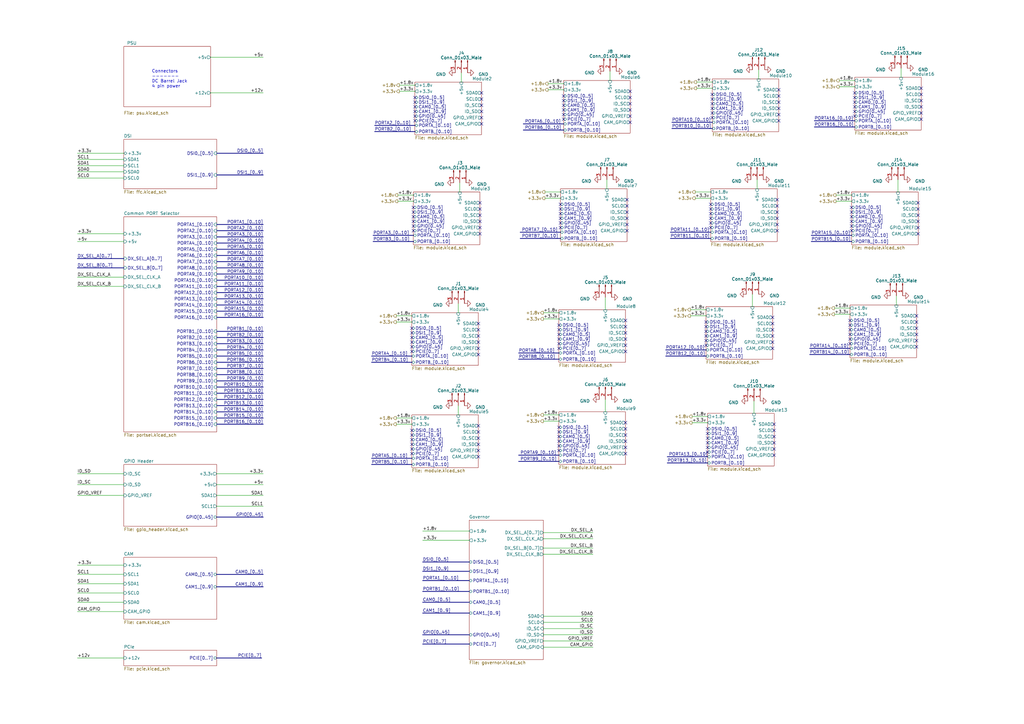
<source format=kicad_sch>
(kicad_sch (version 20210126) (generator eeschema)
  (paper "A3")
  (title_block (title "IO Board") (rev "1"))
  (no_connect (at 168.91 134.62))
  (no_connect (at 168.91 136.525))
  (no_connect (at 168.91 138.43))
  (no_connect (at 168.91 140.335))
  (no_connect (at 168.91 142.24))
  (no_connect (at 168.91 144.145))
  (no_connect (at 168.91 176.53))
  (no_connect (at 168.91 178.435))
  (no_connect (at 168.91 180.34))
  (no_connect (at 168.91 182.245))
  (no_connect (at 168.91 184.15))
  (no_connect (at 168.91 186.055))
  (no_connect (at 169.545 85.09))
  (no_connect (at 169.545 86.995))
  (no_connect (at 169.545 88.9))
  (no_connect (at 169.545 90.805))
  (no_connect (at 169.545 92.71))
  (no_connect (at 169.545 94.615))
  (no_connect (at 170.18 40.005))
  (no_connect (at 170.18 41.91))
  (no_connect (at 170.18 43.815))
  (no_connect (at 170.18 45.72))
  (no_connect (at 170.18 47.625))
  (no_connect (at 170.18 49.53))
  (no_connect (at 196.215 132.715))
  (no_connect (at 196.215 135.255))
  (no_connect (at 196.215 137.795))
  (no_connect (at 196.215 140.335))
  (no_connect (at 196.215 142.875))
  (no_connect (at 196.215 145.415))
  (no_connect (at 196.215 174.625))
  (no_connect (at 196.215 177.165))
  (no_connect (at 196.215 179.705))
  (no_connect (at 196.215 182.245))
  (no_connect (at 196.215 184.785))
  (no_connect (at 196.215 187.325))
  (no_connect (at 196.85 83.185))
  (no_connect (at 196.85 85.725))
  (no_connect (at 196.85 88.265))
  (no_connect (at 196.85 90.805))
  (no_connect (at 196.85 93.345))
  (no_connect (at 196.85 95.885))
  (no_connect (at 197.485 38.1))
  (no_connect (at 197.485 40.64))
  (no_connect (at 197.485 43.18))
  (no_connect (at 197.485 45.72))
  (no_connect (at 197.485 48.26))
  (no_connect (at 197.485 50.8))
  (no_connect (at 229.235 133.35))
  (no_connect (at 229.235 135.255))
  (no_connect (at 229.235 137.16))
  (no_connect (at 229.235 139.065))
  (no_connect (at 229.235 140.97))
  (no_connect (at 229.235 142.875))
  (no_connect (at 229.235 175.26))
  (no_connect (at 229.235 177.165))
  (no_connect (at 229.235 179.07))
  (no_connect (at 229.235 180.975))
  (no_connect (at 229.235 182.88))
  (no_connect (at 229.235 184.785))
  (no_connect (at 229.87 83.82))
  (no_connect (at 229.87 85.725))
  (no_connect (at 229.87 87.63))
  (no_connect (at 229.87 89.535))
  (no_connect (at 229.87 91.44))
  (no_connect (at 229.87 93.345))
  (no_connect (at 231.14 39.37))
  (no_connect (at 231.14 41.275))
  (no_connect (at 231.14 43.18))
  (no_connect (at 231.14 45.085))
  (no_connect (at 231.14 46.99))
  (no_connect (at 231.14 48.895))
  (no_connect (at 256.54 131.445))
  (no_connect (at 256.54 133.985))
  (no_connect (at 256.54 136.525))
  (no_connect (at 256.54 139.065))
  (no_connect (at 256.54 141.605))
  (no_connect (at 256.54 144.145))
  (no_connect (at 256.54 173.355))
  (no_connect (at 256.54 175.895))
  (no_connect (at 256.54 178.435))
  (no_connect (at 256.54 180.975))
  (no_connect (at 256.54 183.515))
  (no_connect (at 256.54 186.055))
  (no_connect (at 257.175 81.915))
  (no_connect (at 257.175 84.455))
  (no_connect (at 257.175 86.995))
  (no_connect (at 257.175 89.535))
  (no_connect (at 257.175 92.075))
  (no_connect (at 257.175 94.615))
  (no_connect (at 258.445 37.465))
  (no_connect (at 258.445 40.005))
  (no_connect (at 258.445 42.545))
  (no_connect (at 258.445 45.085))
  (no_connect (at 258.445 47.625))
  (no_connect (at 258.445 50.165))
  (no_connect (at 289.56 132.08))
  (no_connect (at 289.56 133.985))
  (no_connect (at 289.56 135.89))
  (no_connect (at 289.56 137.795))
  (no_connect (at 289.56 139.7))
  (no_connect (at 289.56 141.605))
  (no_connect (at 290.195 175.895))
  (no_connect (at 290.195 177.8))
  (no_connect (at 290.195 179.705))
  (no_connect (at 290.195 181.61))
  (no_connect (at 290.195 183.515))
  (no_connect (at 290.195 185.42))
  (no_connect (at 291.465 83.82))
  (no_connect (at 291.465 85.725))
  (no_connect (at 291.465 87.63))
  (no_connect (at 291.465 89.535))
  (no_connect (at 291.465 91.44))
  (no_connect (at 291.465 93.345))
  (no_connect (at 292.1 38.735))
  (no_connect (at 292.1 40.64))
  (no_connect (at 292.1 42.545))
  (no_connect (at 292.1 44.45))
  (no_connect (at 292.1 46.355))
  (no_connect (at 292.1 48.26))
  (no_connect (at 316.865 130.175))
  (no_connect (at 316.865 132.715))
  (no_connect (at 316.865 135.255))
  (no_connect (at 316.865 137.795))
  (no_connect (at 316.865 140.335))
  (no_connect (at 316.865 142.875))
  (no_connect (at 317.5 173.99))
  (no_connect (at 317.5 176.53))
  (no_connect (at 317.5 179.07))
  (no_connect (at 317.5 181.61))
  (no_connect (at 317.5 184.15))
  (no_connect (at 317.5 186.69))
  (no_connect (at 318.77 81.915))
  (no_connect (at 318.77 84.455))
  (no_connect (at 318.77 86.995))
  (no_connect (at 318.77 89.535))
  (no_connect (at 318.77 92.075))
  (no_connect (at 318.77 94.615))
  (no_connect (at 319.405 36.83))
  (no_connect (at 319.405 39.37))
  (no_connect (at 319.405 41.91))
  (no_connect (at 319.405 44.45))
  (no_connect (at 319.405 46.99))
  (no_connect (at 319.405 49.53))
  (no_connect (at 348.615 131.445))
  (no_connect (at 348.615 133.35))
  (no_connect (at 348.615 135.255))
  (no_connect (at 348.615 137.16))
  (no_connect (at 348.615 139.065))
  (no_connect (at 348.615 140.97))
  (no_connect (at 349.25 85.09))
  (no_connect (at 349.25 86.995))
  (no_connect (at 349.25 88.9))
  (no_connect (at 349.25 90.805))
  (no_connect (at 349.25 92.71))
  (no_connect (at 349.25 94.615))
  (no_connect (at 350.52 38.1))
  (no_connect (at 350.52 40.005))
  (no_connect (at 350.52 41.91))
  (no_connect (at 350.52 43.815))
  (no_connect (at 350.52 45.72))
  (no_connect (at 350.52 47.625))
  (no_connect (at 375.92 129.54))
  (no_connect (at 375.92 132.08))
  (no_connect (at 375.92 134.62))
  (no_connect (at 375.92 137.16))
  (no_connect (at 375.92 139.7))
  (no_connect (at 375.92 142.24))
  (no_connect (at 376.555 83.185))
  (no_connect (at 376.555 85.725))
  (no_connect (at 376.555 88.265))
  (no_connect (at 376.555 90.805))
  (no_connect (at 376.555 93.345))
  (no_connect (at 376.555 95.885))
  (no_connect (at 377.825 36.195))
  (no_connect (at 377.825 38.735))
  (no_connect (at 377.825 41.275))
  (no_connect (at 377.825 43.815))
  (no_connect (at 377.825 46.355))
  (no_connect (at 377.825 48.895))
  (wire (pts (xy 31.75 62.865) (xy 50.8 62.865)))
  (wire (pts (xy 31.75 95.885) (xy 50.8 95.885)))
  (wire (pts (xy 31.75 99.06) (xy 50.8 99.06)))
  (wire (pts (xy 31.75 113.665) (xy 50.8 113.665)))
  (wire (pts (xy 31.75 117.475) (xy 50.8 117.475)))
  (wire (pts (xy 50.8 65.405) (xy 31.75 65.405)))
  (wire (pts (xy 50.8 67.945) (xy 31.75 67.945)))
  (wire (pts (xy 50.8 70.485) (xy 31.75 70.485)))
  (wire (pts (xy 50.8 73.025) (xy 31.75 73.025)))
  (wire (pts (xy 50.8 194.31) (xy 31.75 194.31)))
  (wire (pts (xy 50.8 198.755) (xy 31.75 198.755)))
  (wire (pts (xy 50.8 203.2) (xy 31.75 203.2)))
  (wire (pts (xy 50.8 231.775) (xy 31.75 231.775)))
  (wire (pts (xy 50.8 235.585) (xy 31.75 235.585)))
  (wire (pts (xy 50.8 239.395) (xy 31.75 239.395)))
  (wire (pts (xy 50.8 243.205) (xy 31.75 243.205)))
  (wire (pts (xy 50.8 247.015) (xy 31.75 247.015)))
  (wire (pts (xy 50.8 250.825) (xy 31.75 250.825)))
  (wire (pts (xy 50.8 269.875) (xy 31.75 269.875)))
  (wire (pts (xy 86.36 23.495) (xy 107.95 23.495)))
  (wire (pts (xy 86.36 38.1) (xy 107.95 38.1)))
  (wire (pts (xy 88.9 194.31) (xy 107.95 194.31)))
  (wire (pts (xy 88.9 198.755) (xy 107.95 198.755)))
  (wire (pts (xy 88.9 203.2) (xy 107.95 203.2)))
  (wire (pts (xy 88.9 207.645) (xy 107.95 207.645)))
  (wire (pts (xy 162.56 129.54) (xy 168.91 129.54)))
  (wire (pts (xy 162.56 132.08) (xy 168.91 132.08)))
  (wire (pts (xy 162.56 171.45) (xy 168.91 171.45)))
  (wire (pts (xy 162.56 173.99) (xy 168.91 173.99)))
  (wire (pts (xy 163.195 80.01) (xy 169.545 80.01)))
  (wire (pts (xy 163.195 82.55) (xy 169.545 82.55)))
  (wire (pts (xy 163.83 34.925) (xy 170.18 34.925)))
  (wire (pts (xy 163.83 37.465) (xy 170.18 37.465)))
  (wire (pts (xy 173.355 217.805) (xy 192.405 217.805)))
  (wire (pts (xy 173.355 221.615) (xy 192.405 221.615)))
  (wire (pts (xy 187.96 128.27) (xy 187.96 124.46)))
  (wire (pts (xy 187.96 170.18) (xy 187.96 166.37)))
  (wire (pts (xy 188.595 78.74) (xy 188.595 74.93)))
  (wire (pts (xy 189.23 33.655) (xy 189.23 29.845)))
  (wire (pts (xy 222.885 128.27) (xy 229.235 128.27)))
  (wire (pts (xy 222.885 130.81) (xy 229.235 130.81)))
  (wire (pts (xy 222.885 170.18) (xy 229.235 170.18)))
  (wire (pts (xy 222.885 172.72) (xy 229.235 172.72)))
  (wire (pts (xy 222.885 218.44) (xy 243.205 218.44)))
  (wire (pts (xy 222.885 220.98) (xy 243.205 220.98)))
  (wire (pts (xy 222.885 224.79) (xy 243.205 224.79)))
  (wire (pts (xy 222.885 227.33) (xy 243.205 227.33)))
  (wire (pts (xy 222.885 252.73) (xy 243.205 252.73)))
  (wire (pts (xy 222.885 255.27) (xy 243.205 255.27)))
  (wire (pts (xy 222.885 257.81) (xy 243.205 257.81)))
  (wire (pts (xy 222.885 260.35) (xy 243.205 260.35)))
  (wire (pts (xy 222.885 262.89) (xy 243.205 262.89)))
  (wire (pts (xy 222.885 265.43) (xy 243.205 265.43)))
  (wire (pts (xy 223.52 78.74) (xy 229.87 78.74)))
  (wire (pts (xy 223.52 81.28) (xy 229.87 81.28)))
  (wire (pts (xy 224.79 34.29) (xy 231.14 34.29)))
  (wire (pts (xy 224.79 36.83) (xy 231.14 36.83)))
  (wire (pts (xy 248.285 121.92) (xy 248.285 127)))
  (wire (pts (xy 248.285 163.83) (xy 248.285 168.91)))
  (wire (pts (xy 248.92 77.47) (xy 248.92 73.66)))
  (wire (pts (xy 250.19 33.02) (xy 250.19 29.21)))
  (wire (pts (xy 283.21 127) (xy 289.56 127)))
  (wire (pts (xy 283.21 129.54) (xy 289.56 129.54)))
  (wire (pts (xy 283.845 170.815) (xy 290.195 170.815)))
  (wire (pts (xy 283.845 173.355) (xy 290.195 173.355)))
  (wire (pts (xy 285.115 78.74) (xy 291.465 78.74)))
  (wire (pts (xy 285.115 81.28) (xy 291.465 81.28)))
  (wire (pts (xy 285.75 33.655) (xy 292.1 33.655)))
  (wire (pts (xy 285.75 36.195) (xy 292.1 36.195)))
  (wire (pts (xy 308.61 120.65) (xy 308.61 125.73)))
  (wire (pts (xy 309.245 164.465) (xy 309.245 169.545)))
  (wire (pts (xy 310.515 77.47) (xy 310.515 73.66)))
  (wire (pts (xy 311.15 32.385) (xy 311.15 28.575)))
  (wire (pts (xy 342.265 126.365) (xy 348.615 126.365)))
  (wire (pts (xy 342.265 128.905) (xy 348.615 128.905)))
  (wire (pts (xy 342.9 80.01) (xy 349.25 80.01)))
  (wire (pts (xy 342.9 82.55) (xy 349.25 82.55)))
  (wire (pts (xy 344.17 33.02) (xy 350.52 33.02)))
  (wire (pts (xy 344.17 35.56) (xy 350.52 35.56)))
  (wire (pts (xy 367.665 125.095) (xy 367.665 121.285)))
  (wire (pts (xy 368.3 73.66) (xy 368.3 78.74)))
  (wire (pts (xy 369.57 31.75) (xy 369.57 27.94)))
  (bus (pts (xy 31.75 106.045) (xy 50.8 106.045)))
  (bus (pts (xy 31.75 109.855) (xy 50.8 109.855)))
  (bus (pts (xy 88.9 62.865) (xy 107.95 62.865)))
  (bus (pts (xy 88.9 71.755) (xy 107.95 71.755)))
  (bus (pts (xy 88.9 92.075) (xy 107.95 92.075)))
  (bus (pts (xy 88.9 94.615) (xy 107.95 94.615)))
  (bus (pts (xy 88.9 97.155) (xy 107.95 97.155)))
  (bus (pts (xy 88.9 99.695) (xy 107.95 99.695)))
  (bus (pts (xy 88.9 102.235) (xy 107.95 102.235)))
  (bus (pts (xy 88.9 104.775) (xy 107.95 104.775)))
  (bus (pts (xy 88.9 107.315) (xy 107.95 107.315)))
  (bus (pts (xy 88.9 109.855) (xy 107.95 109.855)))
  (bus (pts (xy 88.9 112.395) (xy 107.95 112.395)))
  (bus (pts (xy 88.9 114.935) (xy 107.95 114.935)))
  (bus (pts (xy 88.9 117.475) (xy 107.95 117.475)))
  (bus (pts (xy 88.9 120.015) (xy 107.95 120.015)))
  (bus (pts (xy 88.9 122.555) (xy 107.95 122.555)))
  (bus (pts (xy 88.9 125.095) (xy 107.95 125.095)))
  (bus (pts (xy 88.9 127.635) (xy 107.95 127.635)))
  (bus (pts (xy 88.9 130.175) (xy 107.95 130.175)))
  (bus (pts (xy 88.9 135.89) (xy 107.95 135.89)))
  (bus (pts (xy 88.9 138.43) (xy 107.95 138.43)))
  (bus (pts (xy 88.9 140.97) (xy 107.95 140.97)))
  (bus (pts (xy 88.9 143.51) (xy 107.95 143.51)))
  (bus (pts (xy 88.9 146.05) (xy 107.95 146.05)))
  (bus (pts (xy 88.9 148.59) (xy 107.95 148.59)))
  (bus (pts (xy 88.9 151.13) (xy 107.95 151.13)))
  (bus (pts (xy 88.9 153.67) (xy 107.95 153.67)))
  (bus (pts (xy 88.9 156.21) (xy 107.95 156.21)))
  (bus (pts (xy 88.9 158.75) (xy 107.95 158.75)))
  (bus (pts (xy 88.9 161.29) (xy 107.95 161.29)))
  (bus (pts (xy 88.9 163.83) (xy 107.95 163.83)))
  (bus (pts (xy 88.9 166.37) (xy 107.95 166.37)))
  (bus (pts (xy 88.9 168.91) (xy 107.95 168.91)))
  (bus (pts (xy 88.9 171.45) (xy 107.95 171.45)))
  (bus (pts (xy 88.9 173.99) (xy 107.95 173.99)))
  (bus (pts (xy 88.9 212.09) (xy 107.95 212.09)))
  (bus (pts (xy 88.9 235.585) (xy 107.95 235.585)))
  (bus (pts (xy 88.9 240.665) (xy 107.95 240.665)))
  (bus (pts (xy 88.9 269.875) (xy 107.315 269.875)))
  (bus (pts (xy 152.4 146.05) (xy 168.91 146.05)))
  (bus (pts (xy 152.4 148.59) (xy 168.91 148.59)))
  (bus (pts (xy 152.4 187.96) (xy 168.91 187.96)))
  (bus (pts (xy 152.4 190.5) (xy 168.91 190.5)))
  (bus (pts (xy 153.035 96.52) (xy 169.545 96.52)))
  (bus (pts (xy 153.035 99.06) (xy 169.545 99.06)))
  (bus (pts (xy 153.67 51.435) (xy 170.18 51.435)))
  (bus (pts (xy 153.67 53.975) (xy 170.18 53.975)))
  (bus (pts (xy 173.355 230.505) (xy 192.405 230.505)))
  (bus (pts (xy 173.355 234.315) (xy 192.405 234.315)))
  (bus (pts (xy 173.355 238.125) (xy 192.405 238.125)))
  (bus (pts (xy 173.355 242.57) (xy 192.405 242.57)))
  (bus (pts (xy 173.355 247.015) (xy 192.405 247.015)))
  (bus (pts (xy 173.355 251.46) (xy 192.405 251.46)))
  (bus (pts (xy 173.355 260.35) (xy 192.405 260.35)))
  (bus (pts (xy 173.355 264.16) (xy 192.405 264.16)))
  (bus (pts (xy 212.725 144.78) (xy 229.235 144.78)))
  (bus (pts (xy 212.725 147.32) (xy 229.235 147.32)))
  (bus (pts (xy 212.725 186.69) (xy 229.235 186.69)))
  (bus (pts (xy 212.725 189.23) (xy 229.235 189.23)))
  (bus (pts (xy 213.36 95.25) (xy 229.87 95.25)))
  (bus (pts (xy 213.36 97.79) (xy 229.87 97.79)))
  (bus (pts (xy 214.63 50.8) (xy 231.14 50.8)))
  (bus (pts (xy 214.63 53.34) (xy 231.14 53.34)))
  (bus (pts (xy 273.05 143.51) (xy 289.56 143.51)))
  (bus (pts (xy 273.05 146.05) (xy 289.56 146.05)))
  (bus (pts (xy 273.685 187.325) (xy 290.195 187.325)))
  (bus (pts (xy 273.685 189.865) (xy 290.195 189.865)))
  (bus (pts (xy 274.955 95.25) (xy 291.465 95.25)))
  (bus (pts (xy 274.955 97.79) (xy 291.465 97.79)))
  (bus (pts (xy 275.59 50.165) (xy 292.1 50.165)))
  (bus (pts (xy 275.59 52.705) (xy 292.1 52.705)))
  (bus (pts (xy 332.105 142.875) (xy 348.615 142.875)))
  (bus (pts (xy 332.105 145.415) (xy 348.615 145.415)))
  (bus (pts (xy 332.74 96.52) (xy 349.25 96.52)))
  (bus (pts (xy 332.74 99.06) (xy 349.25 99.06)))
  (bus (pts (xy 334.01 49.53) (xy 350.52 49.53)))
  (bus (pts (xy 334.01 52.07) (xy 350.52 52.07)))
  (text "Connectors\n-------\nDC Barrel Jack\n4 pin power" (at 62.23 36.195 0) (effects (font (size 1.27 1.27)) (justify left bottom)))
  (label "+3.3v" (at 31.75 62.865 0))
  (label "SCL1" (at 31.75 65.405 0))
  (label "SDA1" (at 31.75 67.945 0))
  (label "SDA0" (at 31.75 70.485 0))
  (label "SCL0" (at 31.75 73.025 0))
  (label "+3.3v" (at 31.75 95.885 0))
  (label "+5v" (at 31.75 99.06 0))
  (label "DX_SEL_A[0..7]" (at 31.75 106.045 0))
  (label "DX_SEL_B[0..7]" (at 31.75 109.855 0))
  (label "DX_SEL_CLK_A" (at 31.75 113.665 0))
  (label "DX_SEL_CLK_B" (at 31.75 117.475 0))
  (label "ID_SD" (at 31.75 194.31 0))
  (label "ID_SC" (at 31.75 198.755 0))
  (label "GPIO_VREF" (at 31.75 203.2 0))
  (label "+3.3v" (at 31.75 231.775 0))
  (label "SCL1" (at 31.75 235.585 0))
  (label "SDA1" (at 31.75 239.395 0))
  (label "SCL0" (at 31.75 243.205 0))
  (label "SDA0" (at 31.75 247.015 0))
  (label "CAM_GPIO" (at 31.75 250.825 0))
  (label "+12v" (at 31.75 269.875 0))
  (label "PCIE[0..7]" (at 107.315 269.875 180))
  (label "+5v" (at 107.95 23.495 180))
  (label "+12v" (at 107.95 38.1 180))
  (label "DSI0_[0..5]" (at 107.95 62.865 180))
  (label "DSI1_[0..9]" (at 107.95 71.755 180))
  (label "PORTA1_[0..10]" (at 107.95 92.075 180))
  (label "PORTA2_[0..10]" (at 107.95 94.615 180))
  (label "PORTA3_[0..10]" (at 107.95 97.155 180))
  (label "PORTA4_[0..10]" (at 107.95 99.695 180))
  (label "PORTA5_[0..10]" (at 107.95 102.235 180))
  (label "PORTA6_[0..10]" (at 107.95 104.775 180))
  (label "PORTA7_[0..10]" (at 107.95 107.315 180))
  (label "PORTA8_[0..10]" (at 107.95 109.855 180))
  (label "PORTA9_[0..10]" (at 107.95 112.395 180))
  (label "PORTA10_[0..10]" (at 107.95 114.935 180))
  (label "PORTA11_[0..10]" (at 107.95 117.475 180))
  (label "PORTA12_[0..10]" (at 107.95 120.015 180))
  (label "PORTA13_[0..10]" (at 107.95 122.555 180))
  (label "PORTA14_[0..10]" (at 107.95 125.095 180))
  (label "PORTA15_[0..10]" (at 107.95 127.635 180))
  (label "PORTA16_[0..10]" (at 107.95 130.175 180))
  (label "PORTB1_[0..10]" (at 107.95 135.89 180))
  (label "PORTB2_[0..10]" (at 107.95 138.43 180))
  (label "PORTB3_[0..10]" (at 107.95 140.97 180))
  (label "PORTB4_[0..10]" (at 107.95 143.51 180))
  (label "PORTB5_[0..10]" (at 107.95 146.05 180))
  (label "PORTB6_[0..10]" (at 107.95 148.59 180))
  (label "PORTB7_[0..10]" (at 107.95 151.13 180))
  (label "PORTB8_[0..10]" (at 107.95 153.67 180))
  (label "PORTB9_[0..10]" (at 107.95 156.21 180))
  (label "PORTB10_[0..10]" (at 107.95 158.75 180))
  (label "PORTB11_[0..10]" (at 107.95 161.29 180))
  (label "PORTB12_[0..10]" (at 107.95 163.83 180))
  (label "PORTB13_[0..10]" (at 107.95 166.37 180))
  (label "PORTB14_[0..10]" (at 107.95 168.91 180))
  (label "PORTB15_[0..10]" (at 107.95 171.45 180))
  (label "PORTB16_[0..10]" (at 107.95 173.99 180))
  (label "+3.3v" (at 107.95 194.31 180))
  (label "+5v" (at 107.95 198.755 180))
  (label "SDA1" (at 107.95 203.2 180))
  (label "SCL1" (at 107.95 207.645 180))
  (label "GPIO[0..45]" (at 107.95 212.09 180))
  (label "CAM0_[0..5]" (at 107.95 235.585 180))
  (label "CAM1_[0..9]" (at 107.95 240.665 180))
  (label "PORTA4_[0..10]" (at 152.4 146.05 0))
  (label "PORTB4_[0..10]" (at 152.4 148.59 0))
  (label "PORTA5_[0..10]" (at 152.4 187.96 0))
  (label "PORTB5_[0..10]" (at 152.4 190.5 0))
  (label "PORTA3_[0..10]" (at 153.035 96.52 0))
  (label "PORTB3_[0..10]" (at 153.035 99.06 0))
  (label "PORTA2_[0..10]" (at 153.67 51.435 0))
  (label "PORTB2_[0..10]" (at 153.67 53.975 0))
  (label "+1.8v" (at 162.56 129.54 0))
  (label "+3.3v" (at 162.56 132.08 0))
  (label "+1.8v" (at 162.56 171.45 0))
  (label "+3.3v" (at 162.56 173.99 0))
  (label "+1.8v" (at 163.195 80.01 0))
  (label "+3.3v" (at 163.195 82.55 0))
  (label "+1.8v" (at 163.83 34.925 0))
  (label "+3.3v" (at 163.83 37.465 0))
  (label "+1.8v" (at 173.355 217.805 0))
  (label "+3.3v" (at 173.355 221.615 0))
  (label "DSI0_[0..5]" (at 173.355 230.505 0))
  (label "DSI1_[0..9]" (at 173.355 234.315 0))
  (label "PORTA1_[0..10]" (at 173.355 238.125 0))
  (label "PORTB1_[0..10]" (at 173.355 242.57 0))
  (label "CAM0_[0..5]" (at 173.355 247.015 0))
  (label "CAM1_[0..9]" (at 173.355 251.46 0))
  (label "GPIO[0..45]" (at 173.355 260.35 0))
  (label "PCIE[0..7]" (at 173.355 264.16 0))
  (label "PORTA8_[0..10]" (at 212.725 144.78 0))
  (label "PORTB8_[0..10]" (at 212.725 147.32 0))
  (label "PORTA9_[0..10]" (at 213.36 186.69 0))
  (label "PORTB9_[0..10]" (at 213.36 189.23 0))
  (label "PORTA7_[0..10]" (at 213.995 95.25 0))
  (label "PORTB7_[0..10]" (at 213.995 97.79 0))
  (label "PORTA6_[0..10]" (at 215.265 50.8 0))
  (label "PORTB6_[0..10]" (at 215.265 53.34 0))
  (label "+1.8v" (at 222.885 128.27 0))
  (label "+3.3v" (at 222.885 130.81 0))
  (label "+1.8v" (at 222.885 170.18 0))
  (label "+3.3v" (at 222.885 172.72 0))
  (label "+3.3v" (at 223.52 81.28 0))
  (label "+1.8v" (at 224.79 34.29 0))
  (label "+3.3v" (at 224.79 36.83 0))
  (label "DX_SEL_A" (at 243.205 218.44 180))
  (label "DX_SEL_CLK_A" (at 243.205 220.98 180))
  (label "DX_SEL_B" (at 243.205 224.79 180))
  (label "DX_SEL_CLK_B" (at 243.205 227.33 180))
  (label "SDA0" (at 243.205 252.73 180))
  (label "SCL0" (at 243.205 255.27 180))
  (label "ID_SC" (at 243.205 257.81 180))
  (label "ID_SD" (at 243.205 260.35 180))
  (label "GPIO_VREF" (at 243.205 262.89 180))
  (label "CAM_GPIO" (at 243.205 265.43 180))
  (label "PORTA12_[0..10]" (at 273.05 143.51 0))
  (label "PORTB12_[0..10]" (at 273.05 146.05 0))
  (label "PORTB13_[0..10]" (at 273.685 189.865 0))
  (label "PORTA13_[0..10]" (at 274.32 187.325 0))
  (label "PORTA11_[0..10]" (at 274.955 95.25 0))
  (label "PORTB11_[0..10]" (at 274.955 97.79 0))
  (label "PORTA10_[0..10]" (at 275.59 50.165 0))
  (label "PORTB10_[0..10]" (at 275.59 52.705 0))
  (label "+1.8v" (at 283.21 127 0))
  (label "+3.3v" (at 283.21 129.54 0))
  (label "+1.8v" (at 283.845 170.815 0))
  (label "+3.3v" (at 283.845 173.355 0))
  (label "+3.3v" (at 285.115 81.28 0))
  (label "+1.8v" (at 285.75 33.655 0))
  (label "+3.3v" (at 285.75 36.195 0))
  (label "PORTA14_[0..10]" (at 332.105 142.875 0))
  (label "PORTB14_[0..10]" (at 332.105 145.415 0))
  (label "PORTA15_[0..10]" (at 332.74 96.52 0))
  (label "PORTB15_[0..10]" (at 332.74 99.06 0))
  (label "PORTA16_[0..10]" (at 334.01 49.53 0))
  (label "PORTB16_[0..10]" (at 334.01 52.07 0))
  (label "+1.8v" (at 342.265 126.365 0))
  (label "+3.3v" (at 342.265 128.905 0))
  (label "+1.8v" (at 342.9 80.01 0))
  (label "+3.3v" (at 342.9 82.55 0))
  (label "+1.8v" (at 344.17 33.02 0))
  (label "+3.3v" (at 344.17 35.56 0))
  (hierarchical_label "+1.8v" (shape output) (at 162.56 129.54 180))
  (hierarchical_label "+3.3v" (shape output) (at 162.56 132.08 180))
  (hierarchical_label "+1.8v" (shape output) (at 162.56 171.45 180))
  (hierarchical_label "+3.3v" (shape output) (at 162.56 173.99 180))
  (hierarchical_label "+1.8v" (shape output) (at 163.195 80.01 180))
  (hierarchical_label "+3.3v" (shape output) (at 163.195 82.55 180))
  (hierarchical_label "+1.8v" (shape output) (at 163.83 34.925 180))
  (hierarchical_label "+3.3v" (shape output) (at 163.83 37.465 180))
  (hierarchical_label "+1.8v" (shape output) (at 222.885 128.27 180))
  (hierarchical_label "+3.3v" (shape output) (at 222.885 130.81 180))
  (hierarchical_label "+1.8v" (shape output) (at 222.885 170.18 180))
  (hierarchical_label "+3.3v" (shape output) (at 222.885 172.72 180))
  (hierarchical_label "+1.8v" (shape output) (at 223.52 78.74 180))
  (hierarchical_label "+3.3v" (shape output) (at 223.52 81.28 180))
  (hierarchical_label "+1.8v" (shape output) (at 224.79 34.29 180))
  (hierarchical_label "+3.3v" (shape output) (at 224.79 36.83 180))
  (hierarchical_label "+1.8v" (shape output) (at 283.21 127 180))
  (hierarchical_label "+3.3v" (shape output) (at 283.21 129.54 180))
  (hierarchical_label "+1.8v" (shape output) (at 283.845 170.815 180))
  (hierarchical_label "+3.3v" (shape output) (at 283.845 173.355 180))
  (hierarchical_label "+1.8v" (shape output) (at 285.115 78.74 180))
  (hierarchical_label "+3.3v" (shape output) (at 285.115 81.28 180))
  (hierarchical_label "+1.8v" (shape output) (at 285.75 33.655 180))
  (hierarchical_label "+3.3v" (shape output) (at 285.75 36.195 180))
  (hierarchical_label "+1.8v" (shape output) (at 342.265 126.365 180))
  (hierarchical_label "+3.3v" (shape output) (at 342.265 128.905 180))
  (hierarchical_label "+1.8v" (shape output) (at 342.9 80.01 180))
  (hierarchical_label "+3.3v" (shape output) (at 342.9 82.55 180))
  (hierarchical_label "+1.8v" (shape output) (at 344.17 33.02 180))
  (hierarchical_label "+3.3v" (shape output) (at 344.17 35.56 180))
  (symbol (lib_id "power:GND") (at 185.42 124.46 270) (unit 1)
    (property "Reference" "#PWR01" (effects hide))
    (property "Value" "GND" (at 181.61 125.0949 90) (effects (justify right)))
  )
  (symbol (lib_id "power:GND") (at 185.42 166.37 270) (unit 1)
    (property "Reference" "#PWR02" (effects hide))
    (property "Value" "GND" (at 181.61 167.0049 90) (effects (justify right)))
  )
  (symbol (lib_id "power:GND") (at 186.055 74.93 270) (unit 1)
    (property "Reference" "#PWR03" (effects hide))
    (property "Value" "GND" (at 182.245 75.5649 90) (effects (justify right)))
  )
  (symbol (lib_id "power:GND") (at 186.69 29.845 270) (unit 1)
    (property "Reference" "#PWR05" (effects hide))
    (property "Value" "GND" (at 182.88 30.4799 90) (effects (justify right)))
  )
  (symbol (lib_id "power:GND") (at 190.5 124.46 90) (unit 1)
    (property "Reference" "#PWR06" (effects hide))
    (property "Value" "GND" (at 194.945 125.0949 90) (effects (justify right)))
  )
  (symbol (lib_id "power:GND") (at 190.5 166.37 90) (unit 1)
    (property "Reference" "#PWR07" (effects hide))
    (property "Value" "GND" (at 194.945 167.0049 90) (effects (justify right)))
  )
  (symbol (lib_id "power:GND") (at 191.135 74.93 90) (unit 1)
    (property "Reference" "#PWR08" (effects hide))
    (property "Value" "GND" (at 195.58 75.5649 90) (effects (justify right)))
  )
  (symbol (lib_id "power:GND") (at 191.77 29.845 90) (unit 1)
    (property "Reference" "#PWR04" (effects hide))
    (property "Value" "GND" (at 196.215 30.4799 90) (effects (justify right)))
  )
  (symbol (lib_id "power:GND") (at 245.745 121.92 270) (unit 1)
    (property "Reference" "#PWR09" (effects hide))
    (property "Value" "GND" (at 241.935 122.5549 90) (effects (justify right)))
  )
  (symbol (lib_id "power:GND") (at 245.745 163.83 270) (unit 1)
    (property "Reference" "#PWR010" (effects hide))
    (property "Value" "GND" (at 241.935 164.4649 90) (effects (justify right)))
  )
  (symbol (lib_id "power:GND") (at 246.38 73.66 270) (unit 1)
    (property "Reference" "#PWR011" (effects hide))
    (property "Value" "GND" (at 242.57 74.2949 90) (effects (justify right)))
  )
  (symbol (lib_id "power:GND") (at 247.65 29.21 270) (unit 1)
    (property "Reference" "#PWR012" (effects hide))
    (property "Value" "GND" (at 243.84 29.8449 90) (effects (justify right)))
  )
  (symbol (lib_id "power:GND") (at 250.825 121.92 90) (unit 1)
    (property "Reference" "#PWR013" (effects hide))
    (property "Value" "GND" (at 255.27 122.5549 90) (effects (justify right)))
  )
  (symbol (lib_id "power:GND") (at 250.825 163.83 90) (unit 1)
    (property "Reference" "#PWR014" (effects hide))
    (property "Value" "GND" (at 255.27 164.4649 90) (effects (justify right)))
  )
  (symbol (lib_id "power:GND") (at 251.46 73.66 90) (unit 1)
    (property "Reference" "#PWR015" (effects hide))
    (property "Value" "GND" (at 255.905 74.2949 90) (effects (justify right)))
  )
  (symbol (lib_id "power:GND") (at 252.73 29.21 90) (unit 1)
    (property "Reference" "#PWR0759" (effects hide))
    (property "Value" "GND" (at 257.175 29.8449 90) (effects (justify right)))
  )
  (symbol (lib_id "power:GND") (at 306.07 120.65 270) (unit 1)
    (property "Reference" "#PWR0760" (effects hide))
    (property "Value" "GND" (at 302.26 121.2849 90) (effects (justify right)))
  )
  (symbol (lib_id "power:GND") (at 306.705 164.465 270) (unit 1)
    (property "Reference" "#PWR0761" (effects hide))
    (property "Value" "GND" (at 302.895 165.0999 90) (effects (justify right)))
  )
  (symbol (lib_id "power:GND") (at 307.975 73.66 270) (unit 1)
    (property "Reference" "#PWR0762" (effects hide))
    (property "Value" "GND" (at 304.165 74.2949 90) (effects (justify right)))
  )
  (symbol (lib_id "power:GND") (at 308.61 28.575 270) (unit 1)
    (property "Reference" "#PWR0763" (effects hide))
    (property "Value" "GND" (at 304.8 29.2099 90) (effects (justify right)))
  )
  (symbol (lib_id "power:GND") (at 311.15 120.65 90) (unit 1)
    (property "Reference" "#PWR0764" (effects hide))
    (property "Value" "GND" (at 315.595 121.2849 90) (effects (justify right)))
  )
  (symbol (lib_id "power:GND") (at 311.785 164.465 90) (unit 1)
    (property "Reference" "#PWR0765" (effects hide))
    (property "Value" "GND" (at 316.23 165.0999 90) (effects (justify right)))
  )
  (symbol (lib_id "power:GND") (at 313.055 73.66 90) (unit 1)
    (property "Reference" "#PWR0766" (effects hide))
    (property "Value" "GND" (at 317.5 74.2949 90) (effects (justify right)))
  )
  (symbol (lib_id "power:GND") (at 313.69 28.575 90) (unit 1)
    (property "Reference" "#PWR0767" (effects hide))
    (property "Value" "GND" (at 318.135 29.2099 90) (effects (justify right)))
  )
  (symbol (lib_id "power:GND") (at 365.125 121.285 270) (unit 1)
    (property "Reference" "#PWR0768" (effects hide))
    (property "Value" "GND" (at 361.315 121.9199 90) (effects (justify right)))
  )
  (symbol (lib_id "power:GND") (at 365.76 73.66 270) (unit 1)
    (property "Reference" "#PWR0769" (effects hide))
    (property "Value" "GND" (at 361.95 74.2949 90) (effects (justify right)))
  )
  (symbol (lib_id "power:GND") (at 367.03 27.94 270) (unit 1)
    (property "Reference" "#PWR0770" (effects hide))
    (property "Value" "GND" (at 363.22 28.5749 90) (effects (justify right)))
  )
  (symbol (lib_id "power:GND") (at 370.205 121.285 90) (unit 1)
    (property "Reference" "#PWR0771" (effects hide))
    (property "Value" "GND" (at 374.65 121.9199 90) (effects (justify right)))
  )
  (symbol (lib_id "power:GND") (at 370.84 73.66 90) (unit 1)
    (property "Reference" "#PWR0772" (effects hide))
    (property "Value" "GND" (at 375.285 74.2949 90) (effects (justify right)))
  )
  (symbol (lib_id "power:GND") (at 372.11 27.94 90) (unit 1)
    (property "Reference" "#PWR0773" (effects hide))
    (property "Value" "GND" (at 376.555 28.5749 90) (effects (justify right)))
  )
  (symbol (lib_id "Connector:Conn_01x03_Male") (at 187.96 119.38 270) (unit 1)
    (property "Reference" "J1" (at 187.96 116.3574 90))
    (property "Value" "Conn_01x03_Male" (at 187.96 118.2624 90))
    (property "Footprint" "Connector_PinHeader_2.54mm:PinHeader_1x04_P2.54mm_Vertical" (effects hide))
  )
  (symbol (lib_id "Connector:Conn_01x03_Male") (at 187.96 161.29 270) (unit 1)
    (property "Reference" "J2" (at 187.96 158.2674 90))
    (property "Value" "Conn_01x03_Male" (at 187.96 160.1724 90))
    (property "Footprint" "Connector_PinHeader_2.54mm:PinHeader_1x04_P2.54mm_Vertical" (effects hide))
  )
  (symbol (lib_id "Connector:Conn_01x03_Male") (at 188.595 69.85 270) (unit 1)
    (property "Reference" "J3" (at 188.595 66.8274 90))
    (property "Value" "Conn_01x03_Male" (at 188.595 68.7324 90))
    (property "Footprint" "Connector_PinHeader_2.54mm:PinHeader_1x04_P2.54mm_Vertical" (effects hide))
  )
  (symbol (lib_id "Connector:Conn_01x03_Male") (at 189.23 24.765 270) (unit 1)
    (property "Reference" "J4" (at 189.23 21.7424 90))
    (property "Value" "Conn_01x03_Male" (at 189.23 23.6474 90))
    (property "Footprint" "Connector_PinHeader_2.54mm:PinHeader_1x04_P2.54mm_Vertical" (effects hide))
  )
  (symbol (lib_id "Connector:Conn_01x03_Male") (at 248.285 116.84 270) (unit 1)
    (property "Reference" "J5" (at 248.285 113.8174 90))
    (property "Value" "Conn_01x03_Male" (at 248.285 115.7224 90))
    (property "Footprint" "Connector_PinHeader_2.54mm:PinHeader_1x04_P2.54mm_Vertical" (effects hide))
  )
  (symbol (lib_id "Connector:Conn_01x03_Male") (at 248.285 158.75 270) (unit 1)
    (property "Reference" "J6" (at 248.285 155.7274 90))
    (property "Value" "Conn_01x03_Male" (at 248.285 157.6324 90))
    (property "Footprint" "Connector_PinHeader_2.54mm:PinHeader_1x04_P2.54mm_Vertical" (effects hide))
  )
  (symbol (lib_id "Connector:Conn_01x03_Male") (at 248.92 68.58 270) (unit 1)
    (property "Reference" "J7" (at 248.92 65.5574 90))
    (property "Value" "Conn_01x03_Male" (at 248.92 67.4624 90))
    (property "Footprint" "Connector_PinHeader_2.54mm:PinHeader_1x04_P2.54mm_Vertical" (effects hide))
  )
  (symbol (lib_id "Connector:Conn_01x03_Male") (at 250.19 24.13 270) (unit 1)
    (property "Reference" "J8" (at 250.19 21.1074 90))
    (property "Value" "Conn_01x03_Male" (at 250.19 23.0124 90))
    (property "Footprint" "Connector_PinHeader_2.54mm:PinHeader_1x04_P2.54mm_Vertical" (effects hide))
  )
  (symbol (lib_id "Connector:Conn_01x03_Male") (at 308.61 115.57 270) (unit 1)
    (property "Reference" "J9" (at 308.61 112.5474 90))
    (property "Value" "Conn_01x03_Male" (at 308.61 114.4524 90))
    (property "Footprint" "Connector_PinHeader_2.54mm:PinHeader_1x04_P2.54mm_Vertical" (effects hide))
  )
  (symbol (lib_id "Connector:Conn_01x03_Male") (at 309.245 159.385 270) (unit 1)
    (property "Reference" "J10" (at 309.245 156.3624 90))
    (property "Value" "Conn_01x03_Male" (at 309.245 158.2674 90))
    (property "Footprint" "Connector_PinHeader_2.54mm:PinHeader_1x04_P2.54mm_Vertical" (effects hide))
  )
  (symbol (lib_id "Connector:Conn_01x03_Male") (at 310.515 68.58 270) (unit 1)
    (property "Reference" "J11" (at 310.515 65.5574 90))
    (property "Value" "Conn_01x03_Male" (at 310.515 67.4624 90))
    (property "Footprint" "Connector_PinHeader_2.54mm:PinHeader_1x04_P2.54mm_Vertical" (effects hide))
  )
  (symbol (lib_id "Connector:Conn_01x03_Male") (at 311.15 23.495 270) (unit 1)
    (property "Reference" "J12" (at 311.15 20.4724 90))
    (property "Value" "Conn_01x03_Male" (at 311.15 22.3774 90))
    (property "Footprint" "Connector_PinHeader_2.54mm:PinHeader_1x04_P2.54mm_Vertical" (effects hide))
  )
  (symbol (lib_id "Connector:Conn_01x03_Male") (at 367.665 116.205 270) (unit 1)
    (property "Reference" "J13" (at 367.665 113.1824 90))
    (property "Value" "Conn_01x03_Male" (at 367.665 115.0874 90))
    (property "Footprint" "Connector_PinHeader_2.54mm:PinHeader_1x04_P2.54mm_Vertical" (effects hide))
  )
  (symbol (lib_id "Connector:Conn_01x03_Male") (at 368.3 68.58 270) (unit 1)
    (property "Reference" "J14" (at 368.3 65.5574 90))
    (property "Value" "Conn_01x03_Male" (at 368.3 67.4624 90))
    (property "Footprint" "Connector_PinHeader_2.54mm:PinHeader_1x04_P2.54mm_Vertical" (effects hide))
  )
  (symbol (lib_id "Connector:Conn_01x03_Male") (at 369.57 22.86 270) (unit 1)
    (property "Reference" "J15" (at 369.57 19.8374 90))
    (property "Value" "Conn_01x03_Male" (at 369.57 21.7424 90))
    (property "Footprint" "Connector_PinHeader_2.54mm:PinHeader_1x04_P2.54mm_Vertical" (effects hide))
  )
  (sheet (at 50.8 228.6) (size 38.1 25.4) (stroke (width 0.0006))
    (property "Sheet name" "CAM" (at 50.8 227.9643 0) (effects (justify left bottom)))
    (property "Sheet file" "cam.kicad_sch" (at 50.8 254.5087 0) (effects (justify left top)))
    (pin "CAM1_[0..9]" bidirectional (at 88.9 240.665 0))
    (pin "+3.3v" input (at 50.8 231.775 180))
    (pin "SCL1" input (at 50.8 235.585 180))
    (pin "SDA1" input (at 50.8 239.395 180))
    (pin "SCL0" input (at 50.8 243.205 180))
    (pin "SDA0" input (at 50.8 247.015 180))
    (pin "CAM0_[0..5]" bidirectional (at 88.9 235.585 0))
    (pin "CAM_GPIO" input (at 50.8 250.825 180))
  )
  (sheet (at 50.8 88.9) (size 38.1 88.265) (stroke (width 0.0006))
    (property "Sheet name" "Common PORT Selector" (at 50.8 88.2643 0) (effects (justify left bottom)))
    (property "Sheet file" "portsel.kicad_sch" (at 50.8 177.6737 0) (effects (justify left top)))
    (pin "+3.3v" input (at 50.8 95.885 180))
    (pin "+5v" input (at 50.8 99.06 180))
    (pin "DX_SEL_A[0..7]" input (at 50.8 106.045 180))
    (pin "DX_SEL_B[0..7]" input (at 50.8 109.855 180))
    (pin "PORTA7_[0..10]" input (at 88.9 107.315 0))
    (pin "PORTA8_[0..10]" input (at 88.9 109.855 0))
    (pin "PORTA9_[0..10]" input (at 88.9 112.395 0))
    (pin "PORTA10_[0..10]" input (at 88.9 114.935 0))
    (pin "PORTA11_[0..10]" input (at 88.9 117.475 0))
    (pin "PORTA12_[0..10]" input (at 88.9 120.015 0))
    (pin "PORTA13_[0..10]" input (at 88.9 122.555 0))
    (pin "PORTA14_[0..10]" input (at 88.9 125.095 0))
    (pin "PORTA15_[0..10]" input (at 88.9 127.635 0))
    (pin "PORTA16_[0..10]" input (at 88.9 130.175 0))
    (pin "PORTA1_[0..10]" input (at 88.9 92.075 0))
    (pin "PORTA2_[0..10]" input (at 88.9 94.615 0))
    (pin "PORTA3_[0..10]" input (at 88.9 97.155 0))
    (pin "PORTA4_[0..10]" input (at 88.9 99.695 0))
    (pin "PORTA5_[0..10]" input (at 88.9 102.235 0))
    (pin "PORTA6_[0..10]" input (at 88.9 104.775 0))
    (pin "DX_SEL_CLK_A" input (at 50.8 113.665 180))
    (pin "DX_SEL_CLK_B" input (at 50.8 117.475 180))
    (pin "PORTB14_[0..10]" input (at 88.9 168.91 0))
    (pin "PORTB15_[0..10]" input (at 88.9 171.45 0))
    (pin "PORTB16_[0..10]" input (at 88.9 173.99 0))
    (pin "PORTB6_[0..10]" input (at 88.9 148.59 0))
    (pin "PORTB1_[0..10]" input (at 88.9 135.89 0))
    (pin "PORTB2_[0..10]" input (at 88.9 138.43 0))
    (pin "PORTB3_[0..10]" input (at 88.9 140.97 0))
    (pin "PORTB4_[0..10]" input (at 88.9 143.51 0))
    (pin "PORTB5_[0..10]" input (at 88.9 146.05 0))
    (pin "PORTB7_[0..10]" input (at 88.9 151.13 0))
    (pin "PORTB13_[0..10]" input (at 88.9 166.37 0))
    (pin "PORTB8_[0..10]" input (at 88.9 153.67 0))
    (pin "PORTB9_[0..10]" input (at 88.9 156.21 0))
    (pin "PORTB10_[0..10]" input (at 88.9 158.75 0))
    (pin "PORTB11_[0..10]" input (at 88.9 161.29 0))
    (pin "PORTB12_[0..10]" input (at 88.9 163.83 0))
  )
  (sheet (at 50.8 57.15) (size 38.1 20.32) (stroke (width 0.0006))
    (property "Sheet name" "DSI" (at 50.8 56.5143 0) (effects (justify left bottom)))
    (property "Sheet file" "ffc.kicad_sch" (at 50.8 77.9787 0) (effects (justify left top)))
    (pin "+3.3v" bidirectional (at 50.8 62.865 180))
    (pin "DSI0_[0..5]" input (at 88.9 62.865 0))
    (pin "DSI1_[0..9]" input (at 88.9 71.755 0))
    (pin "SDA1" input (at 50.8 65.405 180))
    (pin "SCL1" input (at 50.8 67.945 180))
    (pin "SDA0" input (at 50.8 70.485 180))
    (pin "SCL0" input (at 50.8 73.025 180))
  )
  (sheet (at 50.8 190.5) (size 38.1 25.4) (stroke (width 0.0006))
    (property "Sheet name" "GPIO Header" (at 50.8 189.8643 0) (effects (justify left bottom)))
    (property "Sheet file" "gpio_header.kicad_sch" (at 50.8 216.4087 0) (effects (justify left top)))
    (pin "ID_SC" input (at 50.8 194.31 180))
    (pin "+5v" output (at 88.9 198.755 0))
    (pin "GPIO[0..45]" bidirectional (at 88.9 212.09 0))
    (pin "ID_SD" input (at 50.8 198.755 180))
    (pin "+3.3v" output (at 88.9 194.31 0))
    (pin "SDA1" output (at 88.9 203.2 0))
    (pin "SCL1" output (at 88.9 207.645 0))
    (pin "GPIO_VREF" input (at 50.8 203.2 180))
  )
  (sheet (at 192.405 213.36) (size 30.48 57.15) (stroke (width 0.0006))
    (property "Sheet name" "Governor" (at 192.405 212.7243 0) (effects (justify left bottom)))
    (property "Sheet file" "governor.kicad_sch" (at 192.405 271.0187 0) (effects (justify left top)))
    (pin "SCL0" input (at 222.885 255.27 0))
    (pin "ID_SC" input (at 222.885 257.81 0))
    (pin "GPIO_VREF" output (at 222.885 262.89 0))
    (pin "ID_SD" input (at 222.885 260.35 0))
    (pin "SDA0" input (at 222.885 252.73 0))
    (pin "CAM1_[0..9]" bidirectional (at 192.405 251.46 180))
    (pin "DSI1_[0..9]" bidirectional (at 192.405 234.315 180))
    (pin "PORTA1_[0..10]" bidirectional (at 192.405 238.125 180))
    (pin "DIS0_[0..5]" bidirectional (at 192.405 230.505 180))
    (pin "CAM_GPIO" input (at 222.885 265.43 0))
    (pin "PCIE[0..7]" bidirectional (at 192.405 264.16 180))
    (pin "CAM0_[0..5]" bidirectional (at 192.405 247.015 180))
    (pin "GPIO[0..45]" bidirectional (at 192.405 260.35 180))
    (pin "PORTB1_[0..10]" bidirectional (at 192.405 242.57 180))
    (pin "DX_SEL_A[0..7]" output (at 222.885 218.44 0))
    (pin "DX_SEL_CLK_B" output (at 222.885 227.33 0))
    (pin "DX_SEL_CLK_A" output (at 222.885 220.98 0))
    (pin "DX_SEL_B[0..7]" output (at 222.885 224.79 0))
    (pin "+3.3v" output (at 192.405 221.615 180))
    (pin "+1.8v" output (at 192.405 217.805 180))
  )
  (sheet (at 292.1 32.385) (size 27.305 21.59) (stroke (width 0.0006))
    (property "Sheet name" "Module10" (at 315.595 31.7493 0) (effects (justify left bottom)))
    (property "Sheet file" "module.kicad_sch" (at 292.1 54.4837 0) (effects (justify left top)))
    (pin "PORTA_[0..10]" bidirectional (at 292.1 50.165 180))
    (pin "+3.3v" output (at 292.1 36.195 180))
    (pin "+1.8v" output (at 292.1 33.655 180))
    (pin "+5v" input (at 311.15 32.385 90))
    (pin "PORTB_[0..10]" bidirectional (at 292.1 52.705 180))
    (pin "DSI0_[0..5]" bidirectional (at 292.1 38.735 180))
    (pin "DSI1_[0..9]" bidirectional (at 292.1 40.64 180))
    (pin "GPIO[0..45]" bidirectional (at 292.1 46.355 180))
    (pin "ID_SC" output (at 319.405 41.91 0))
    (pin "ID_SD" output (at 319.405 44.45 0))
    (pin "GPIO_VREF" output (at 319.405 46.99 0))
    (pin "CAM0_[0..5]" bidirectional (at 292.1 42.545 180))
    (pin "CAM1_[0..9]" bidirectional (at 292.1 44.45 180))
    (pin "PCIE[0..7]" bidirectional (at 292.1 48.26 180))
    (pin "SCL0" output (at 319.405 39.37 0))
    (pin "SDA0" output (at 319.405 36.83 0))
    (pin "CAM_GPIO" output (at 319.405 49.53 0))
  )
  (sheet (at 291.465 77.47) (size 27.305 21.59) (stroke (width 0.0006))
    (property "Sheet name" "Module11" (at 314.96 76.8343 0) (effects (justify left bottom)))
    (property "Sheet file" "module.kicad_sch" (at 291.465 99.5687 0) (effects (justify left top)))
    (pin "PORTA_[0..10]" bidirectional (at 291.465 95.25 180))
    (pin "+3.3v" output (at 291.465 81.28 180))
    (pin "+1.8v" output (at 291.465 78.74 180))
    (pin "+5v" input (at 310.515 77.47 90))
    (pin "PORTB_[0..10]" bidirectional (at 291.465 97.79 180))
    (pin "DSI0_[0..5]" bidirectional (at 291.465 83.82 180))
    (pin "DSI1_[0..9]" bidirectional (at 291.465 85.725 180))
    (pin "GPIO[0..45]" bidirectional (at 291.465 91.44 180))
    (pin "ID_SC" output (at 318.77 86.995 0))
    (pin "ID_SD" output (at 318.77 89.535 0))
    (pin "GPIO_VREF" output (at 318.77 92.075 0))
    (pin "CAM0_[0..5]" bidirectional (at 291.465 87.63 180))
    (pin "CAM1_[0..9]" bidirectional (at 291.465 89.535 180))
    (pin "PCIE[0..7]" bidirectional (at 291.465 93.345 180))
    (pin "SCL0" output (at 318.77 84.455 0))
    (pin "SDA0" output (at 318.77 81.915 0))
    (pin "CAM_GPIO" output (at 318.77 94.615 0))
  )
  (sheet (at 289.56 125.73) (size 27.305 21.59) (stroke (width 0.0006))
    (property "Sheet name" "Module12" (at 313.055 125.0943 0) (effects (justify left bottom)))
    (property "Sheet file" "module.kicad_sch" (at 289.56 147.8287 0) (effects (justify left top)))
    (pin "PORTA_[0..10]" bidirectional (at 289.56 143.51 180))
    (pin "+3.3v" output (at 289.56 129.54 180))
    (pin "+1.8v" output (at 289.56 127 180))
    (pin "+5v" input (at 308.61 125.73 90))
    (pin "PORTB_[0..10]" bidirectional (at 289.56 146.05 180))
    (pin "DSI0_[0..5]" bidirectional (at 289.56 132.08 180))
    (pin "DSI1_[0..9]" bidirectional (at 289.56 133.985 180))
    (pin "GPIO[0..45]" bidirectional (at 289.56 139.7 180))
    (pin "ID_SC" output (at 316.865 135.255 0))
    (pin "ID_SD" output (at 316.865 137.795 0))
    (pin "GPIO_VREF" output (at 316.865 140.335 0))
    (pin "CAM0_[0..5]" bidirectional (at 289.56 135.89 180))
    (pin "CAM1_[0..9]" bidirectional (at 289.56 137.795 180))
    (pin "PCIE[0..7]" bidirectional (at 289.56 141.605 180))
    (pin "SCL0" output (at 316.865 132.715 0))
    (pin "SDA0" output (at 316.865 130.175 0))
    (pin "CAM_GPIO" output (at 316.865 142.875 0))
  )
  (sheet (at 290.195 169.545) (size 27.305 21.59) (stroke (width 0.0006))
    (property "Sheet name" "Module13" (at 313.69 168.9093 0) (effects (justify left bottom)))
    (property "Sheet file" "module.kicad_sch" (at 290.195 191.6437 0) (effects (justify left top)))
    (pin "PORTA_[0..10]" bidirectional (at 290.195 187.325 180))
    (pin "+3.3v" output (at 290.195 173.355 180))
    (pin "+1.8v" output (at 290.195 170.815 180))
    (pin "+5v" input (at 309.245 169.545 90))
    (pin "PORTB_[0..10]" bidirectional (at 290.195 189.865 180))
    (pin "DSI0_[0..5]" bidirectional (at 290.195 175.895 180))
    (pin "DSI1_[0..9]" bidirectional (at 290.195 177.8 180))
    (pin "GPIO[0..45]" bidirectional (at 290.195 183.515 180))
    (pin "ID_SC" output (at 317.5 179.07 0))
    (pin "ID_SD" output (at 317.5 181.61 0))
    (pin "GPIO_VREF" output (at 317.5 184.15 0))
    (pin "CAM0_[0..5]" bidirectional (at 290.195 179.705 180))
    (pin "CAM1_[0..9]" bidirectional (at 290.195 181.61 180))
    (pin "PCIE[0..7]" bidirectional (at 290.195 185.42 180))
    (pin "SCL0" output (at 317.5 176.53 0))
    (pin "SDA0" output (at 317.5 173.99 0))
    (pin "CAM_GPIO" output (at 317.5 186.69 0))
  )
  (sheet (at 348.615 125.095) (size 27.305 21.59) (stroke (width 0.0006))
    (property "Sheet name" "Module14" (at 372.11 124.4593 0) (effects (justify left bottom)))
    (property "Sheet file" "module.kicad_sch" (at 348.615 147.1937 0) (effects (justify left top)))
    (pin "PORTA_[0..10]" bidirectional (at 348.615 142.875 180))
    (pin "+3.3v" output (at 348.615 128.905 180))
    (pin "+1.8v" output (at 348.615 126.365 180))
    (pin "+5v" input (at 367.665 125.095 90))
    (pin "PORTB_[0..10]" bidirectional (at 348.615 145.415 180))
    (pin "DSI0_[0..5]" bidirectional (at 348.615 131.445 180))
    (pin "DSI1_[0..9]" bidirectional (at 348.615 133.35 180))
    (pin "GPIO[0..45]" bidirectional (at 348.615 139.065 180))
    (pin "ID_SC" output (at 375.92 134.62 0))
    (pin "ID_SD" output (at 375.92 137.16 0))
    (pin "GPIO_VREF" output (at 375.92 139.7 0))
    (pin "CAM0_[0..5]" bidirectional (at 348.615 135.255 180))
    (pin "CAM1_[0..9]" bidirectional (at 348.615 137.16 180))
    (pin "PCIE[0..7]" bidirectional (at 348.615 140.97 180))
    (pin "SCL0" output (at 375.92 132.08 0))
    (pin "SDA0" output (at 375.92 129.54 0))
    (pin "CAM_GPIO" output (at 375.92 142.24 0))
  )
  (sheet (at 349.25 78.74) (size 27.305 21.59) (stroke (width 0.0006))
    (property "Sheet name" "Module15" (at 372.745 78.1043 0) (effects (justify left bottom)))
    (property "Sheet file" "module.kicad_sch" (at 349.25 100.8387 0) (effects (justify left top)))
    (pin "PORTA_[0..10]" bidirectional (at 349.25 96.52 180))
    (pin "+3.3v" output (at 349.25 82.55 180))
    (pin "+1.8v" output (at 349.25 80.01 180))
    (pin "+5v" input (at 368.3 78.74 90))
    (pin "PORTB_[0..10]" bidirectional (at 349.25 99.06 180))
    (pin "DSI0_[0..5]" bidirectional (at 349.25 85.09 180))
    (pin "DSI1_[0..9]" bidirectional (at 349.25 86.995 180))
    (pin "GPIO[0..45]" bidirectional (at 349.25 92.71 180))
    (pin "ID_SC" output (at 376.555 88.265 0))
    (pin "ID_SD" output (at 376.555 90.805 0))
    (pin "GPIO_VREF" output (at 376.555 93.345 0))
    (pin "CAM0_[0..5]" bidirectional (at 349.25 88.9 180))
    (pin "CAM1_[0..9]" bidirectional (at 349.25 90.805 180))
    (pin "PCIE[0..7]" bidirectional (at 349.25 94.615 180))
    (pin "SCL0" output (at 376.555 85.725 0))
    (pin "SDA0" output (at 376.555 83.185 0))
    (pin "CAM_GPIO" output (at 376.555 95.885 0))
  )
  (sheet (at 350.52 31.75) (size 27.305 21.59) (stroke (width 0.0006))
    (property "Sheet name" "Module16" (at 374.015 31.1143 0) (effects (justify left bottom)))
    (property "Sheet file" "module.kicad_sch" (at 350.52 53.8487 0) (effects (justify left top)))
    (pin "PORTA_[0..10]" bidirectional (at 350.52 49.53 180))
    (pin "+3.3v" output (at 350.52 35.56 180))
    (pin "+1.8v" output (at 350.52 33.02 180))
    (pin "+5v" input (at 369.57 31.75 90))
    (pin "PORTB_[0..10]" bidirectional (at 350.52 52.07 180))
    (pin "DSI0_[0..5]" bidirectional (at 350.52 38.1 180))
    (pin "DSI1_[0..9]" bidirectional (at 350.52 40.005 180))
    (pin "GPIO[0..45]" bidirectional (at 350.52 45.72 180))
    (pin "ID_SC" output (at 377.825 41.275 0))
    (pin "ID_SD" output (at 377.825 43.815 0))
    (pin "GPIO_VREF" output (at 377.825 46.355 0))
    (pin "CAM0_[0..5]" bidirectional (at 350.52 41.91 180))
    (pin "CAM1_[0..9]" bidirectional (at 350.52 43.815 180))
    (pin "PCIE[0..7]" bidirectional (at 350.52 47.625 180))
    (pin "SCL0" output (at 377.825 38.735 0))
    (pin "SDA0" output (at 377.825 36.195 0))
    (pin "CAM_GPIO" output (at 377.825 48.895 0))
  )
  (sheet (at 170.18 33.655) (size 27.305 21.59) (stroke (width 0.0006))
    (property "Sheet name" "Module2" (at 193.675 33.0193 0) (effects (justify left bottom)))
    (property "Sheet file" "module.kicad_sch" (at 170.18 55.7537 0) (effects (justify left top)))
    (pin "PORTA_[0..10]" bidirectional (at 170.18 51.435 180))
    (pin "+3.3v" output (at 170.18 37.465 180))
    (pin "+1.8v" output (at 170.18 34.925 180))
    (pin "+5v" input (at 189.23 33.655 90))
    (pin "PORTB_[0..10]" bidirectional (at 170.18 53.975 180))
    (pin "DSI0_[0..5]" bidirectional (at 170.18 40.005 180))
    (pin "DSI1_[0..9]" bidirectional (at 170.18 41.91 180))
    (pin "GPIO[0..45]" bidirectional (at 170.18 47.625 180))
    (pin "ID_SC" output (at 197.485 43.18 0))
    (pin "ID_SD" output (at 197.485 45.72 0))
    (pin "GPIO_VREF" output (at 197.485 48.26 0))
    (pin "CAM0_[0..5]" bidirectional (at 170.18 43.815 180))
    (pin "CAM1_[0..9]" bidirectional (at 170.18 45.72 180))
    (pin "PCIE[0..7]" bidirectional (at 170.18 49.53 180))
    (pin "SCL0" output (at 197.485 40.64 0))
    (pin "SDA0" output (at 197.485 38.1 0))
    (pin "CAM_GPIO" output (at 197.485 50.8 0))
  )
  (sheet (at 169.545 78.74) (size 27.305 21.59) (stroke (width 0.0006))
    (property "Sheet name" "Module3" (at 193.04 78.1043 0) (effects (justify left bottom)))
    (property "Sheet file" "module.kicad_sch" (at 169.545 100.8387 0) (effects (justify left top)))
    (pin "PORTA_[0..10]" bidirectional (at 169.545 96.52 180))
    (pin "+3.3v" output (at 169.545 82.55 180))
    (pin "+1.8v" output (at 169.545 80.01 180))
    (pin "+5v" input (at 188.595 78.74 90))
    (pin "PORTB_[0..10]" bidirectional (at 169.545 99.06 180))
    (pin "DSI0_[0..5]" bidirectional (at 169.545 85.09 180))
    (pin "DSI1_[0..9]" bidirectional (at 169.545 86.995 180))
    (pin "GPIO[0..45]" bidirectional (at 169.545 92.71 180))
    (pin "ID_SC" output (at 196.85 88.265 0))
    (pin "ID_SD" output (at 196.85 90.805 0))
    (pin "GPIO_VREF" output (at 196.85 93.345 0))
    (pin "CAM0_[0..5]" bidirectional (at 169.545 88.9 180))
    (pin "CAM1_[0..9]" bidirectional (at 169.545 90.805 180))
    (pin "PCIE[0..7]" bidirectional (at 169.545 94.615 180))
    (pin "SCL0" output (at 196.85 85.725 0))
    (pin "SDA0" output (at 196.85 83.185 0))
    (pin "CAM_GPIO" output (at 196.85 95.885 0))
  )
  (sheet (at 168.91 128.27) (size 27.305 21.59) (stroke (width 0.0006))
    (property "Sheet name" "Module4" (at 192.405 127.6343 0) (effects (justify left bottom)))
    (property "Sheet file" "module.kicad_sch" (at 168.91 150.3687 0) (effects (justify left top)))
    (pin "PORTA_[0..10]" bidirectional (at 168.91 146.05 180))
    (pin "+3.3v" output (at 168.91 132.08 180))
    (pin "+1.8v" output (at 168.91 129.54 180))
    (pin "+5v" input (at 187.96 128.27 90))
    (pin "PORTB_[0..10]" bidirectional (at 168.91 148.59 180))
    (pin "DSI0_[0..5]" bidirectional (at 168.91 134.62 180))
    (pin "DSI1_[0..9]" bidirectional (at 168.91 136.525 180))
    (pin "GPIO[0..45]" bidirectional (at 168.91 142.24 180))
    (pin "ID_SC" output (at 196.215 137.795 0))
    (pin "ID_SD" output (at 196.215 140.335 0))
    (pin "GPIO_VREF" output (at 196.215 142.875 0))
    (pin "CAM0_[0..5]" bidirectional (at 168.91 138.43 180))
    (pin "CAM1_[0..9]" bidirectional (at 168.91 140.335 180))
    (pin "PCIE[0..7]" bidirectional (at 168.91 144.145 180))
    (pin "SCL0" output (at 196.215 135.255 0))
    (pin "SDA0" output (at 196.215 132.715 0))
    (pin "CAM_GPIO" output (at 196.215 145.415 0))
  )
  (sheet (at 168.91 170.18) (size 27.305 21.59) (stroke (width 0.0006))
    (property "Sheet name" "Module5" (at 192.405 169.5443 0) (effects (justify left bottom)))
    (property "Sheet file" "module.kicad_sch" (at 168.91 192.2787 0) (effects (justify left top)))
    (pin "PORTA_[0..10]" bidirectional (at 168.91 187.96 180))
    (pin "+3.3v" output (at 168.91 173.99 180))
    (pin "+1.8v" output (at 168.91 171.45 180))
    (pin "+5v" input (at 187.96 170.18 90))
    (pin "PORTB_[0..10]" bidirectional (at 168.91 190.5 180))
    (pin "DSI0_[0..5]" bidirectional (at 168.91 176.53 180))
    (pin "DSI1_[0..9]" bidirectional (at 168.91 178.435 180))
    (pin "GPIO[0..45]" bidirectional (at 168.91 184.15 180))
    (pin "ID_SC" output (at 196.215 179.705 0))
    (pin "ID_SD" output (at 196.215 182.245 0))
    (pin "GPIO_VREF" output (at 196.215 184.785 0))
    (pin "CAM0_[0..5]" bidirectional (at 168.91 180.34 180))
    (pin "CAM1_[0..9]" bidirectional (at 168.91 182.245 180))
    (pin "PCIE[0..7]" bidirectional (at 168.91 186.055 180))
    (pin "SCL0" output (at 196.215 177.165 0))
    (pin "SDA0" output (at 196.215 174.625 0))
    (pin "CAM_GPIO" output (at 196.215 187.325 0))
  )
  (sheet (at 231.14 33.02) (size 27.305 21.59) (stroke (width 0.0006))
    (property "Sheet name" "Module6" (at 254.635 32.3843 0) (effects (justify left bottom)))
    (property "Sheet file" "module.kicad_sch" (at 231.14 55.1187 0) (effects (justify left top)))
    (pin "PORTA_[0..10]" bidirectional (at 231.14 50.8 180))
    (pin "+3.3v" output (at 231.14 36.83 180))
    (pin "+1.8v" output (at 231.14 34.29 180))
    (pin "+5v" input (at 250.19 33.02 90))
    (pin "PORTB_[0..10]" bidirectional (at 231.14 53.34 180))
    (pin "DSI0_[0..5]" bidirectional (at 231.14 39.37 180))
    (pin "DSI1_[0..9]" bidirectional (at 231.14 41.275 180))
    (pin "GPIO[0..45]" bidirectional (at 231.14 46.99 180))
    (pin "ID_SC" output (at 258.445 42.545 0))
    (pin "ID_SD" output (at 258.445 45.085 0))
    (pin "GPIO_VREF" output (at 258.445 47.625 0))
    (pin "CAM0_[0..5]" bidirectional (at 231.14 43.18 180))
    (pin "CAM1_[0..9]" bidirectional (at 231.14 45.085 180))
    (pin "PCIE[0..7]" bidirectional (at 231.14 48.895 180))
    (pin "SCL0" output (at 258.445 40.005 0))
    (pin "SDA0" output (at 258.445 37.465 0))
    (pin "CAM_GPIO" output (at 258.445 50.165 0))
  )
  (sheet (at 229.87 77.47) (size 27.305 21.59) (stroke (width 0.0006))
    (property "Sheet name" "Module7" (at 253.365 76.8343 0) (effects (justify left bottom)))
    (property "Sheet file" "module.kicad_sch" (at 229.87 99.5687 0) (effects (justify left top)))
    (pin "PORTA_[0..10]" bidirectional (at 229.87 95.25 180))
    (pin "+3.3v" output (at 229.87 81.28 180))
    (pin "+1.8v" output (at 229.87 78.74 180))
    (pin "+5v" input (at 248.92 77.47 90))
    (pin "PORTB_[0..10]" bidirectional (at 229.87 97.79 180))
    (pin "DSI0_[0..5]" bidirectional (at 229.87 83.82 180))
    (pin "DSI1_[0..9]" bidirectional (at 229.87 85.725 180))
    (pin "GPIO[0..45]" bidirectional (at 229.87 91.44 180))
    (pin "ID_SC" output (at 257.175 86.995 0))
    (pin "ID_SD" output (at 257.175 89.535 0))
    (pin "GPIO_VREF" output (at 257.175 92.075 0))
    (pin "CAM0_[0..5]" bidirectional (at 229.87 87.63 180))
    (pin "CAM1_[0..9]" bidirectional (at 229.87 89.535 180))
    (pin "PCIE[0..7]" bidirectional (at 229.87 93.345 180))
    (pin "SCL0" output (at 257.175 84.455 0))
    (pin "SDA0" output (at 257.175 81.915 0))
    (pin "CAM_GPIO" output (at 257.175 94.615 0))
  )
  (sheet (at 229.235 127) (size 27.305 21.59) (stroke (width 0.0006))
    (property "Sheet name" "Module8" (at 252.73 126.3643 0) (effects (justify left bottom)))
    (property "Sheet file" "module.kicad_sch" (at 229.235 149.0987 0) (effects (justify left top)))
    (pin "PORTA_[0..10]" bidirectional (at 229.235 144.78 180))
    (pin "+3.3v" output (at 229.235 130.81 180))
    (pin "+1.8v" output (at 229.235 128.27 180))
    (pin "+5v" input (at 248.285 127 90))
    (pin "PORTB_[0..10]" bidirectional (at 229.235 147.32 180))
    (pin "DSI0_[0..5]" bidirectional (at 229.235 133.35 180))
    (pin "DSI1_[0..9]" bidirectional (at 229.235 135.255 180))
    (pin "GPIO[0..45]" bidirectional (at 229.235 140.97 180))
    (pin "ID_SC" output (at 256.54 136.525 0))
    (pin "ID_SD" output (at 256.54 139.065 0))
    (pin "GPIO_VREF" output (at 256.54 141.605 0))
    (pin "CAM0_[0..5]" bidirectional (at 229.235 137.16 180))
    (pin "CAM1_[0..9]" bidirectional (at 229.235 139.065 180))
    (pin "PCIE[0..7]" bidirectional (at 229.235 142.875 180))
    (pin "SCL0" output (at 256.54 133.985 0))
    (pin "SDA0" output (at 256.54 131.445 0))
    (pin "CAM_GPIO" output (at 256.54 144.145 0))
  )
  (sheet (at 229.235 168.91) (size 27.305 21.59) (stroke (width 0.0006))
    (property "Sheet name" "Module9" (at 252.73 168.2743 0) (effects (justify left bottom)))
    (property "Sheet file" "module.kicad_sch" (at 229.235 191.0087 0) (effects (justify left top)))
    (pin "PORTA_[0..10]" bidirectional (at 229.235 186.69 180))
    (pin "+3.3v" output (at 229.235 172.72 180))
    (pin "+1.8v" output (at 229.235 170.18 180))
    (pin "+5v" input (at 248.285 168.91 90))
    (pin "PORTB_[0..10]" bidirectional (at 229.235 189.23 180))
    (pin "DSI0_[0..5]" bidirectional (at 229.235 175.26 180))
    (pin "DSI1_[0..9]" bidirectional (at 229.235 177.165 180))
    (pin "GPIO[0..45]" bidirectional (at 229.235 182.88 180))
    (pin "ID_SC" output (at 256.54 178.435 0))
    (pin "ID_SD" output (at 256.54 180.975 0))
    (pin "GPIO_VREF" output (at 256.54 183.515 0))
    (pin "CAM0_[0..5]" bidirectional (at 229.235 179.07 180))
    (pin "CAM1_[0..9]" bidirectional (at 229.235 180.975 180))
    (pin "PCIE[0..7]" bidirectional (at 229.235 184.785 180))
    (pin "SCL0" output (at 256.54 175.895 0))
    (pin "SDA0" output (at 256.54 173.355 0))
    (pin "CAM_GPIO" output (at 256.54 186.055 0))
  )
  (sheet (at 50.8 266.7) (size 38.1 6.35) (stroke (width 0.0006))
    (property "Sheet name" "PCIe" (at 50.8 266.0643 0) (effects (justify left bottom)))
    (property "Sheet file" "pcie.kicad_sch" (at 50.8 273.5587 0) (effects (justify left top)))
    (pin "PCIE[0..7]" bidirectional (at 88.9 269.875 0))
    (pin "+12v" input (at 50.8 269.875 180))
  )
  (sheet (at 50.8 19.05) (size 35.56 24.765) (stroke (width 0.0006))
    (property "Sheet name" "PSU" (at 52.07 18.4143 0) (effects (justify left bottom)))
    (property "Sheet file" "psu.kicad_sch" (at 50.8 45.5937 0) (effects (justify left top)))
    (pin "+5v" output (at 86.36 23.495 0))
    (pin "+12v" output (at 86.36 38.1 0))
  )
)
</source>
